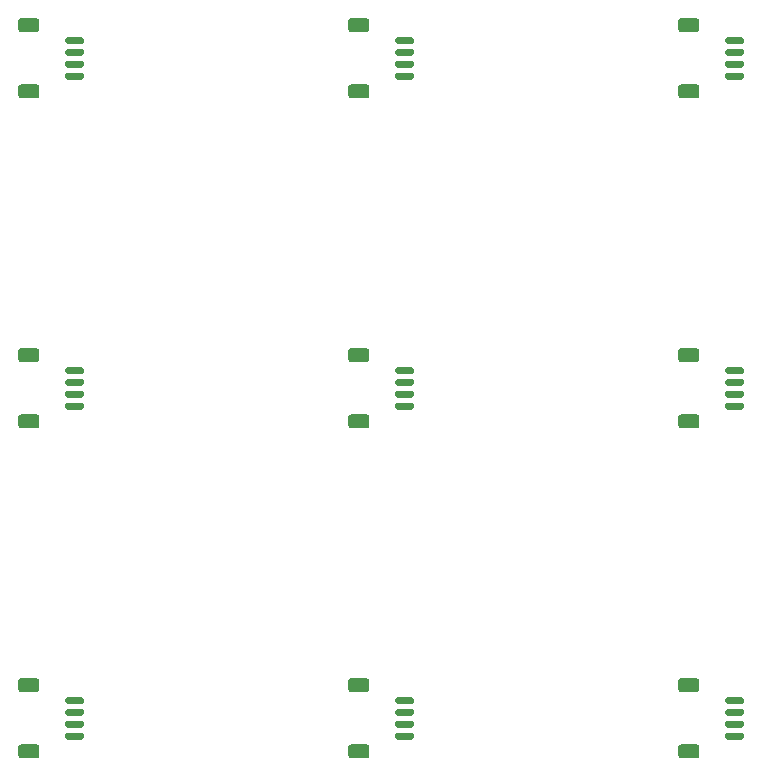
<source format=gtp>
G04 #@! TF.GenerationSoftware,KiCad,Pcbnew,6.0.2+dfsg-1*
G04 #@! TF.CreationDate,2024-01-21T16:33:43-07:00*
G04 #@! TF.ProjectId,ckt-dingdong-spk-array,636b742d-6469-46e6-9764-6f6e672d7370,rev?*
G04 #@! TF.SameCoordinates,Original*
G04 #@! TF.FileFunction,Paste,Top*
G04 #@! TF.FilePolarity,Positive*
%FSLAX46Y46*%
G04 Gerber Fmt 4.6, Leading zero omitted, Abs format (unit mm)*
G04 Created by KiCad (PCBNEW 6.0.2+dfsg-1) date 2024-01-21 16:33:43*
%MOMM*%
%LPD*%
G01*
G04 APERTURE LIST*
G04 APERTURE END LIST*
G36*
G01*
X140477000Y-94400000D02*
X141727000Y-94400000D01*
G75*
G02*
X141877000Y-94550000I0J-150000D01*
G01*
X141877000Y-94850000D01*
G75*
G02*
X141727000Y-95000000I-150000J0D01*
G01*
X140477000Y-95000000D01*
G75*
G02*
X140327000Y-94850000I0J150000D01*
G01*
X140327000Y-94550000D01*
G75*
G02*
X140477000Y-94400000I150000J0D01*
G01*
G37*
G36*
G01*
X140477000Y-95400000D02*
X141727000Y-95400000D01*
G75*
G02*
X141877000Y-95550000I0J-150000D01*
G01*
X141877000Y-95850000D01*
G75*
G02*
X141727000Y-96000000I-150000J0D01*
G01*
X140477000Y-96000000D01*
G75*
G02*
X140327000Y-95850000I0J150000D01*
G01*
X140327000Y-95550000D01*
G75*
G02*
X140477000Y-95400000I150000J0D01*
G01*
G37*
G36*
G01*
X140477000Y-96400000D02*
X141727000Y-96400000D01*
G75*
G02*
X141877000Y-96550000I0J-150000D01*
G01*
X141877000Y-96850000D01*
G75*
G02*
X141727000Y-97000000I-150000J0D01*
G01*
X140477000Y-97000000D01*
G75*
G02*
X140327000Y-96850000I0J150000D01*
G01*
X140327000Y-96550000D01*
G75*
G02*
X140477000Y-96400000I150000J0D01*
G01*
G37*
G36*
G01*
X140477000Y-97400000D02*
X141727000Y-97400000D01*
G75*
G02*
X141877000Y-97550000I0J-150000D01*
G01*
X141877000Y-97850000D01*
G75*
G02*
X141727000Y-98000000I-150000J0D01*
G01*
X140477000Y-98000000D01*
G75*
G02*
X140327000Y-97850000I0J150000D01*
G01*
X140327000Y-97550000D01*
G75*
G02*
X140477000Y-97400000I150000J0D01*
G01*
G37*
G36*
G01*
X136577000Y-98400000D02*
X137877000Y-98400000D01*
G75*
G02*
X138127000Y-98650000I0J-250000D01*
G01*
X138127000Y-99350000D01*
G75*
G02*
X137877000Y-99600000I-250000J0D01*
G01*
X136577000Y-99600000D01*
G75*
G02*
X136327000Y-99350000I0J250000D01*
G01*
X136327000Y-98650000D01*
G75*
G02*
X136577000Y-98400000I250000J0D01*
G01*
G37*
G36*
G01*
X136577000Y-92800000D02*
X137877000Y-92800000D01*
G75*
G02*
X138127000Y-93050000I0J-250000D01*
G01*
X138127000Y-93750000D01*
G75*
G02*
X137877000Y-94000000I-250000J0D01*
G01*
X136577000Y-94000000D01*
G75*
G02*
X136327000Y-93750000I0J250000D01*
G01*
X136327000Y-93050000D01*
G75*
G02*
X136577000Y-92800000I250000J0D01*
G01*
G37*
G36*
G01*
X112537000Y-38520000D02*
X113787000Y-38520000D01*
G75*
G02*
X113937000Y-38670000I0J-150000D01*
G01*
X113937000Y-38970000D01*
G75*
G02*
X113787000Y-39120000I-150000J0D01*
G01*
X112537000Y-39120000D01*
G75*
G02*
X112387000Y-38970000I0J150000D01*
G01*
X112387000Y-38670000D01*
G75*
G02*
X112537000Y-38520000I150000J0D01*
G01*
G37*
G36*
G01*
X112537000Y-39520000D02*
X113787000Y-39520000D01*
G75*
G02*
X113937000Y-39670000I0J-150000D01*
G01*
X113937000Y-39970000D01*
G75*
G02*
X113787000Y-40120000I-150000J0D01*
G01*
X112537000Y-40120000D01*
G75*
G02*
X112387000Y-39970000I0J150000D01*
G01*
X112387000Y-39670000D01*
G75*
G02*
X112537000Y-39520000I150000J0D01*
G01*
G37*
G36*
G01*
X112537000Y-40520000D02*
X113787000Y-40520000D01*
G75*
G02*
X113937000Y-40670000I0J-150000D01*
G01*
X113937000Y-40970000D01*
G75*
G02*
X113787000Y-41120000I-150000J0D01*
G01*
X112537000Y-41120000D01*
G75*
G02*
X112387000Y-40970000I0J150000D01*
G01*
X112387000Y-40670000D01*
G75*
G02*
X112537000Y-40520000I150000J0D01*
G01*
G37*
G36*
G01*
X112537000Y-41520000D02*
X113787000Y-41520000D01*
G75*
G02*
X113937000Y-41670000I0J-150000D01*
G01*
X113937000Y-41970000D01*
G75*
G02*
X113787000Y-42120000I-150000J0D01*
G01*
X112537000Y-42120000D01*
G75*
G02*
X112387000Y-41970000I0J150000D01*
G01*
X112387000Y-41670000D01*
G75*
G02*
X112537000Y-41520000I150000J0D01*
G01*
G37*
G36*
G01*
X108637000Y-36920000D02*
X109937000Y-36920000D01*
G75*
G02*
X110187000Y-37170000I0J-250000D01*
G01*
X110187000Y-37870000D01*
G75*
G02*
X109937000Y-38120000I-250000J0D01*
G01*
X108637000Y-38120000D01*
G75*
G02*
X108387000Y-37870000I0J250000D01*
G01*
X108387000Y-37170000D01*
G75*
G02*
X108637000Y-36920000I250000J0D01*
G01*
G37*
G36*
G01*
X108637000Y-42520000D02*
X109937000Y-42520000D01*
G75*
G02*
X110187000Y-42770000I0J-250000D01*
G01*
X110187000Y-43470000D01*
G75*
G02*
X109937000Y-43720000I-250000J0D01*
G01*
X108637000Y-43720000D01*
G75*
G02*
X108387000Y-43470000I0J250000D01*
G01*
X108387000Y-42770000D01*
G75*
G02*
X108637000Y-42520000I250000J0D01*
G01*
G37*
G36*
G01*
X140477000Y-66460000D02*
X141727000Y-66460000D01*
G75*
G02*
X141877000Y-66610000I0J-150000D01*
G01*
X141877000Y-66910000D01*
G75*
G02*
X141727000Y-67060000I-150000J0D01*
G01*
X140477000Y-67060000D01*
G75*
G02*
X140327000Y-66910000I0J150000D01*
G01*
X140327000Y-66610000D01*
G75*
G02*
X140477000Y-66460000I150000J0D01*
G01*
G37*
G36*
G01*
X140477000Y-67460000D02*
X141727000Y-67460000D01*
G75*
G02*
X141877000Y-67610000I0J-150000D01*
G01*
X141877000Y-67910000D01*
G75*
G02*
X141727000Y-68060000I-150000J0D01*
G01*
X140477000Y-68060000D01*
G75*
G02*
X140327000Y-67910000I0J150000D01*
G01*
X140327000Y-67610000D01*
G75*
G02*
X140477000Y-67460000I150000J0D01*
G01*
G37*
G36*
G01*
X140477000Y-68460000D02*
X141727000Y-68460000D01*
G75*
G02*
X141877000Y-68610000I0J-150000D01*
G01*
X141877000Y-68910000D01*
G75*
G02*
X141727000Y-69060000I-150000J0D01*
G01*
X140477000Y-69060000D01*
G75*
G02*
X140327000Y-68910000I0J150000D01*
G01*
X140327000Y-68610000D01*
G75*
G02*
X140477000Y-68460000I150000J0D01*
G01*
G37*
G36*
G01*
X140477000Y-69460000D02*
X141727000Y-69460000D01*
G75*
G02*
X141877000Y-69610000I0J-150000D01*
G01*
X141877000Y-69910000D01*
G75*
G02*
X141727000Y-70060000I-150000J0D01*
G01*
X140477000Y-70060000D01*
G75*
G02*
X140327000Y-69910000I0J150000D01*
G01*
X140327000Y-69610000D01*
G75*
G02*
X140477000Y-69460000I150000J0D01*
G01*
G37*
G36*
G01*
X136577000Y-64860000D02*
X137877000Y-64860000D01*
G75*
G02*
X138127000Y-65110000I0J-250000D01*
G01*
X138127000Y-65810000D01*
G75*
G02*
X137877000Y-66060000I-250000J0D01*
G01*
X136577000Y-66060000D01*
G75*
G02*
X136327000Y-65810000I0J250000D01*
G01*
X136327000Y-65110000D01*
G75*
G02*
X136577000Y-64860000I250000J0D01*
G01*
G37*
G36*
G01*
X136577000Y-70460000D02*
X137877000Y-70460000D01*
G75*
G02*
X138127000Y-70710000I0J-250000D01*
G01*
X138127000Y-71410000D01*
G75*
G02*
X137877000Y-71660000I-250000J0D01*
G01*
X136577000Y-71660000D01*
G75*
G02*
X136327000Y-71410000I0J250000D01*
G01*
X136327000Y-70710000D01*
G75*
G02*
X136577000Y-70460000I250000J0D01*
G01*
G37*
G36*
G01*
X112537000Y-66460000D02*
X113787000Y-66460000D01*
G75*
G02*
X113937000Y-66610000I0J-150000D01*
G01*
X113937000Y-66910000D01*
G75*
G02*
X113787000Y-67060000I-150000J0D01*
G01*
X112537000Y-67060000D01*
G75*
G02*
X112387000Y-66910000I0J150000D01*
G01*
X112387000Y-66610000D01*
G75*
G02*
X112537000Y-66460000I150000J0D01*
G01*
G37*
G36*
G01*
X112537000Y-67460000D02*
X113787000Y-67460000D01*
G75*
G02*
X113937000Y-67610000I0J-150000D01*
G01*
X113937000Y-67910000D01*
G75*
G02*
X113787000Y-68060000I-150000J0D01*
G01*
X112537000Y-68060000D01*
G75*
G02*
X112387000Y-67910000I0J150000D01*
G01*
X112387000Y-67610000D01*
G75*
G02*
X112537000Y-67460000I150000J0D01*
G01*
G37*
G36*
G01*
X112537000Y-68460000D02*
X113787000Y-68460000D01*
G75*
G02*
X113937000Y-68610000I0J-150000D01*
G01*
X113937000Y-68910000D01*
G75*
G02*
X113787000Y-69060000I-150000J0D01*
G01*
X112537000Y-69060000D01*
G75*
G02*
X112387000Y-68910000I0J150000D01*
G01*
X112387000Y-68610000D01*
G75*
G02*
X112537000Y-68460000I150000J0D01*
G01*
G37*
G36*
G01*
X112537000Y-69460000D02*
X113787000Y-69460000D01*
G75*
G02*
X113937000Y-69610000I0J-150000D01*
G01*
X113937000Y-69910000D01*
G75*
G02*
X113787000Y-70060000I-150000J0D01*
G01*
X112537000Y-70060000D01*
G75*
G02*
X112387000Y-69910000I0J150000D01*
G01*
X112387000Y-69610000D01*
G75*
G02*
X112537000Y-69460000I150000J0D01*
G01*
G37*
G36*
G01*
X108637000Y-64860000D02*
X109937000Y-64860000D01*
G75*
G02*
X110187000Y-65110000I0J-250000D01*
G01*
X110187000Y-65810000D01*
G75*
G02*
X109937000Y-66060000I-250000J0D01*
G01*
X108637000Y-66060000D01*
G75*
G02*
X108387000Y-65810000I0J250000D01*
G01*
X108387000Y-65110000D01*
G75*
G02*
X108637000Y-64860000I250000J0D01*
G01*
G37*
G36*
G01*
X108637000Y-70460000D02*
X109937000Y-70460000D01*
G75*
G02*
X110187000Y-70710000I0J-250000D01*
G01*
X110187000Y-71410000D01*
G75*
G02*
X109937000Y-71660000I-250000J0D01*
G01*
X108637000Y-71660000D01*
G75*
G02*
X108387000Y-71410000I0J250000D01*
G01*
X108387000Y-70710000D01*
G75*
G02*
X108637000Y-70460000I250000J0D01*
G01*
G37*
G36*
G01*
X168417000Y-94400000D02*
X169667000Y-94400000D01*
G75*
G02*
X169817000Y-94550000I0J-150000D01*
G01*
X169817000Y-94850000D01*
G75*
G02*
X169667000Y-95000000I-150000J0D01*
G01*
X168417000Y-95000000D01*
G75*
G02*
X168267000Y-94850000I0J150000D01*
G01*
X168267000Y-94550000D01*
G75*
G02*
X168417000Y-94400000I150000J0D01*
G01*
G37*
G36*
G01*
X168417000Y-95400000D02*
X169667000Y-95400000D01*
G75*
G02*
X169817000Y-95550000I0J-150000D01*
G01*
X169817000Y-95850000D01*
G75*
G02*
X169667000Y-96000000I-150000J0D01*
G01*
X168417000Y-96000000D01*
G75*
G02*
X168267000Y-95850000I0J150000D01*
G01*
X168267000Y-95550000D01*
G75*
G02*
X168417000Y-95400000I150000J0D01*
G01*
G37*
G36*
G01*
X168417000Y-96400000D02*
X169667000Y-96400000D01*
G75*
G02*
X169817000Y-96550000I0J-150000D01*
G01*
X169817000Y-96850000D01*
G75*
G02*
X169667000Y-97000000I-150000J0D01*
G01*
X168417000Y-97000000D01*
G75*
G02*
X168267000Y-96850000I0J150000D01*
G01*
X168267000Y-96550000D01*
G75*
G02*
X168417000Y-96400000I150000J0D01*
G01*
G37*
G36*
G01*
X168417000Y-97400000D02*
X169667000Y-97400000D01*
G75*
G02*
X169817000Y-97550000I0J-150000D01*
G01*
X169817000Y-97850000D01*
G75*
G02*
X169667000Y-98000000I-150000J0D01*
G01*
X168417000Y-98000000D01*
G75*
G02*
X168267000Y-97850000I0J150000D01*
G01*
X168267000Y-97550000D01*
G75*
G02*
X168417000Y-97400000I150000J0D01*
G01*
G37*
G36*
G01*
X164517000Y-92800000D02*
X165817000Y-92800000D01*
G75*
G02*
X166067000Y-93050000I0J-250000D01*
G01*
X166067000Y-93750000D01*
G75*
G02*
X165817000Y-94000000I-250000J0D01*
G01*
X164517000Y-94000000D01*
G75*
G02*
X164267000Y-93750000I0J250000D01*
G01*
X164267000Y-93050000D01*
G75*
G02*
X164517000Y-92800000I250000J0D01*
G01*
G37*
G36*
G01*
X164517000Y-98400000D02*
X165817000Y-98400000D01*
G75*
G02*
X166067000Y-98650000I0J-250000D01*
G01*
X166067000Y-99350000D01*
G75*
G02*
X165817000Y-99600000I-250000J0D01*
G01*
X164517000Y-99600000D01*
G75*
G02*
X164267000Y-99350000I0J250000D01*
G01*
X164267000Y-98650000D01*
G75*
G02*
X164517000Y-98400000I250000J0D01*
G01*
G37*
G36*
G01*
X112537000Y-94400000D02*
X113787000Y-94400000D01*
G75*
G02*
X113937000Y-94550000I0J-150000D01*
G01*
X113937000Y-94850000D01*
G75*
G02*
X113787000Y-95000000I-150000J0D01*
G01*
X112537000Y-95000000D01*
G75*
G02*
X112387000Y-94850000I0J150000D01*
G01*
X112387000Y-94550000D01*
G75*
G02*
X112537000Y-94400000I150000J0D01*
G01*
G37*
G36*
G01*
X112537000Y-95400000D02*
X113787000Y-95400000D01*
G75*
G02*
X113937000Y-95550000I0J-150000D01*
G01*
X113937000Y-95850000D01*
G75*
G02*
X113787000Y-96000000I-150000J0D01*
G01*
X112537000Y-96000000D01*
G75*
G02*
X112387000Y-95850000I0J150000D01*
G01*
X112387000Y-95550000D01*
G75*
G02*
X112537000Y-95400000I150000J0D01*
G01*
G37*
G36*
G01*
X112537000Y-96400000D02*
X113787000Y-96400000D01*
G75*
G02*
X113937000Y-96550000I0J-150000D01*
G01*
X113937000Y-96850000D01*
G75*
G02*
X113787000Y-97000000I-150000J0D01*
G01*
X112537000Y-97000000D01*
G75*
G02*
X112387000Y-96850000I0J150000D01*
G01*
X112387000Y-96550000D01*
G75*
G02*
X112537000Y-96400000I150000J0D01*
G01*
G37*
G36*
G01*
X112537000Y-97400000D02*
X113787000Y-97400000D01*
G75*
G02*
X113937000Y-97550000I0J-150000D01*
G01*
X113937000Y-97850000D01*
G75*
G02*
X113787000Y-98000000I-150000J0D01*
G01*
X112537000Y-98000000D01*
G75*
G02*
X112387000Y-97850000I0J150000D01*
G01*
X112387000Y-97550000D01*
G75*
G02*
X112537000Y-97400000I150000J0D01*
G01*
G37*
G36*
G01*
X108637000Y-92800000D02*
X109937000Y-92800000D01*
G75*
G02*
X110187000Y-93050000I0J-250000D01*
G01*
X110187000Y-93750000D01*
G75*
G02*
X109937000Y-94000000I-250000J0D01*
G01*
X108637000Y-94000000D01*
G75*
G02*
X108387000Y-93750000I0J250000D01*
G01*
X108387000Y-93050000D01*
G75*
G02*
X108637000Y-92800000I250000J0D01*
G01*
G37*
G36*
G01*
X108637000Y-98400000D02*
X109937000Y-98400000D01*
G75*
G02*
X110187000Y-98650000I0J-250000D01*
G01*
X110187000Y-99350000D01*
G75*
G02*
X109937000Y-99600000I-250000J0D01*
G01*
X108637000Y-99600000D01*
G75*
G02*
X108387000Y-99350000I0J250000D01*
G01*
X108387000Y-98650000D01*
G75*
G02*
X108637000Y-98400000I250000J0D01*
G01*
G37*
G36*
G01*
X168417000Y-66460000D02*
X169667000Y-66460000D01*
G75*
G02*
X169817000Y-66610000I0J-150000D01*
G01*
X169817000Y-66910000D01*
G75*
G02*
X169667000Y-67060000I-150000J0D01*
G01*
X168417000Y-67060000D01*
G75*
G02*
X168267000Y-66910000I0J150000D01*
G01*
X168267000Y-66610000D01*
G75*
G02*
X168417000Y-66460000I150000J0D01*
G01*
G37*
G36*
G01*
X168417000Y-67460000D02*
X169667000Y-67460000D01*
G75*
G02*
X169817000Y-67610000I0J-150000D01*
G01*
X169817000Y-67910000D01*
G75*
G02*
X169667000Y-68060000I-150000J0D01*
G01*
X168417000Y-68060000D01*
G75*
G02*
X168267000Y-67910000I0J150000D01*
G01*
X168267000Y-67610000D01*
G75*
G02*
X168417000Y-67460000I150000J0D01*
G01*
G37*
G36*
G01*
X168417000Y-68460000D02*
X169667000Y-68460000D01*
G75*
G02*
X169817000Y-68610000I0J-150000D01*
G01*
X169817000Y-68910000D01*
G75*
G02*
X169667000Y-69060000I-150000J0D01*
G01*
X168417000Y-69060000D01*
G75*
G02*
X168267000Y-68910000I0J150000D01*
G01*
X168267000Y-68610000D01*
G75*
G02*
X168417000Y-68460000I150000J0D01*
G01*
G37*
G36*
G01*
X168417000Y-69460000D02*
X169667000Y-69460000D01*
G75*
G02*
X169817000Y-69610000I0J-150000D01*
G01*
X169817000Y-69910000D01*
G75*
G02*
X169667000Y-70060000I-150000J0D01*
G01*
X168417000Y-70060000D01*
G75*
G02*
X168267000Y-69910000I0J150000D01*
G01*
X168267000Y-69610000D01*
G75*
G02*
X168417000Y-69460000I150000J0D01*
G01*
G37*
G36*
G01*
X164517000Y-70460000D02*
X165817000Y-70460000D01*
G75*
G02*
X166067000Y-70710000I0J-250000D01*
G01*
X166067000Y-71410000D01*
G75*
G02*
X165817000Y-71660000I-250000J0D01*
G01*
X164517000Y-71660000D01*
G75*
G02*
X164267000Y-71410000I0J250000D01*
G01*
X164267000Y-70710000D01*
G75*
G02*
X164517000Y-70460000I250000J0D01*
G01*
G37*
G36*
G01*
X164517000Y-64860000D02*
X165817000Y-64860000D01*
G75*
G02*
X166067000Y-65110000I0J-250000D01*
G01*
X166067000Y-65810000D01*
G75*
G02*
X165817000Y-66060000I-250000J0D01*
G01*
X164517000Y-66060000D01*
G75*
G02*
X164267000Y-65810000I0J250000D01*
G01*
X164267000Y-65110000D01*
G75*
G02*
X164517000Y-64860000I250000J0D01*
G01*
G37*
G36*
G01*
X168417000Y-38520000D02*
X169667000Y-38520000D01*
G75*
G02*
X169817000Y-38670000I0J-150000D01*
G01*
X169817000Y-38970000D01*
G75*
G02*
X169667000Y-39120000I-150000J0D01*
G01*
X168417000Y-39120000D01*
G75*
G02*
X168267000Y-38970000I0J150000D01*
G01*
X168267000Y-38670000D01*
G75*
G02*
X168417000Y-38520000I150000J0D01*
G01*
G37*
G36*
G01*
X168417000Y-39520000D02*
X169667000Y-39520000D01*
G75*
G02*
X169817000Y-39670000I0J-150000D01*
G01*
X169817000Y-39970000D01*
G75*
G02*
X169667000Y-40120000I-150000J0D01*
G01*
X168417000Y-40120000D01*
G75*
G02*
X168267000Y-39970000I0J150000D01*
G01*
X168267000Y-39670000D01*
G75*
G02*
X168417000Y-39520000I150000J0D01*
G01*
G37*
G36*
G01*
X168417000Y-40520000D02*
X169667000Y-40520000D01*
G75*
G02*
X169817000Y-40670000I0J-150000D01*
G01*
X169817000Y-40970000D01*
G75*
G02*
X169667000Y-41120000I-150000J0D01*
G01*
X168417000Y-41120000D01*
G75*
G02*
X168267000Y-40970000I0J150000D01*
G01*
X168267000Y-40670000D01*
G75*
G02*
X168417000Y-40520000I150000J0D01*
G01*
G37*
G36*
G01*
X168417000Y-41520000D02*
X169667000Y-41520000D01*
G75*
G02*
X169817000Y-41670000I0J-150000D01*
G01*
X169817000Y-41970000D01*
G75*
G02*
X169667000Y-42120000I-150000J0D01*
G01*
X168417000Y-42120000D01*
G75*
G02*
X168267000Y-41970000I0J150000D01*
G01*
X168267000Y-41670000D01*
G75*
G02*
X168417000Y-41520000I150000J0D01*
G01*
G37*
G36*
G01*
X164517000Y-42520000D02*
X165817000Y-42520000D01*
G75*
G02*
X166067000Y-42770000I0J-250000D01*
G01*
X166067000Y-43470000D01*
G75*
G02*
X165817000Y-43720000I-250000J0D01*
G01*
X164517000Y-43720000D01*
G75*
G02*
X164267000Y-43470000I0J250000D01*
G01*
X164267000Y-42770000D01*
G75*
G02*
X164517000Y-42520000I250000J0D01*
G01*
G37*
G36*
G01*
X164517000Y-36920000D02*
X165817000Y-36920000D01*
G75*
G02*
X166067000Y-37170000I0J-250000D01*
G01*
X166067000Y-37870000D01*
G75*
G02*
X165817000Y-38120000I-250000J0D01*
G01*
X164517000Y-38120000D01*
G75*
G02*
X164267000Y-37870000I0J250000D01*
G01*
X164267000Y-37170000D01*
G75*
G02*
X164517000Y-36920000I250000J0D01*
G01*
G37*
G36*
G01*
X140477000Y-38520000D02*
X141727000Y-38520000D01*
G75*
G02*
X141877000Y-38670000I0J-150000D01*
G01*
X141877000Y-38970000D01*
G75*
G02*
X141727000Y-39120000I-150000J0D01*
G01*
X140477000Y-39120000D01*
G75*
G02*
X140327000Y-38970000I0J150000D01*
G01*
X140327000Y-38670000D01*
G75*
G02*
X140477000Y-38520000I150000J0D01*
G01*
G37*
G36*
G01*
X140477000Y-39520000D02*
X141727000Y-39520000D01*
G75*
G02*
X141877000Y-39670000I0J-150000D01*
G01*
X141877000Y-39970000D01*
G75*
G02*
X141727000Y-40120000I-150000J0D01*
G01*
X140477000Y-40120000D01*
G75*
G02*
X140327000Y-39970000I0J150000D01*
G01*
X140327000Y-39670000D01*
G75*
G02*
X140477000Y-39520000I150000J0D01*
G01*
G37*
G36*
G01*
X140477000Y-40520000D02*
X141727000Y-40520000D01*
G75*
G02*
X141877000Y-40670000I0J-150000D01*
G01*
X141877000Y-40970000D01*
G75*
G02*
X141727000Y-41120000I-150000J0D01*
G01*
X140477000Y-41120000D01*
G75*
G02*
X140327000Y-40970000I0J150000D01*
G01*
X140327000Y-40670000D01*
G75*
G02*
X140477000Y-40520000I150000J0D01*
G01*
G37*
G36*
G01*
X140477000Y-41520000D02*
X141727000Y-41520000D01*
G75*
G02*
X141877000Y-41670000I0J-150000D01*
G01*
X141877000Y-41970000D01*
G75*
G02*
X141727000Y-42120000I-150000J0D01*
G01*
X140477000Y-42120000D01*
G75*
G02*
X140327000Y-41970000I0J150000D01*
G01*
X140327000Y-41670000D01*
G75*
G02*
X140477000Y-41520000I150000J0D01*
G01*
G37*
G36*
G01*
X136577000Y-36920000D02*
X137877000Y-36920000D01*
G75*
G02*
X138127000Y-37170000I0J-250000D01*
G01*
X138127000Y-37870000D01*
G75*
G02*
X137877000Y-38120000I-250000J0D01*
G01*
X136577000Y-38120000D01*
G75*
G02*
X136327000Y-37870000I0J250000D01*
G01*
X136327000Y-37170000D01*
G75*
G02*
X136577000Y-36920000I250000J0D01*
G01*
G37*
G36*
G01*
X136577000Y-42520000D02*
X137877000Y-42520000D01*
G75*
G02*
X138127000Y-42770000I0J-250000D01*
G01*
X138127000Y-43470000D01*
G75*
G02*
X137877000Y-43720000I-250000J0D01*
G01*
X136577000Y-43720000D01*
G75*
G02*
X136327000Y-43470000I0J250000D01*
G01*
X136327000Y-42770000D01*
G75*
G02*
X136577000Y-42520000I250000J0D01*
G01*
G37*
M02*

</source>
